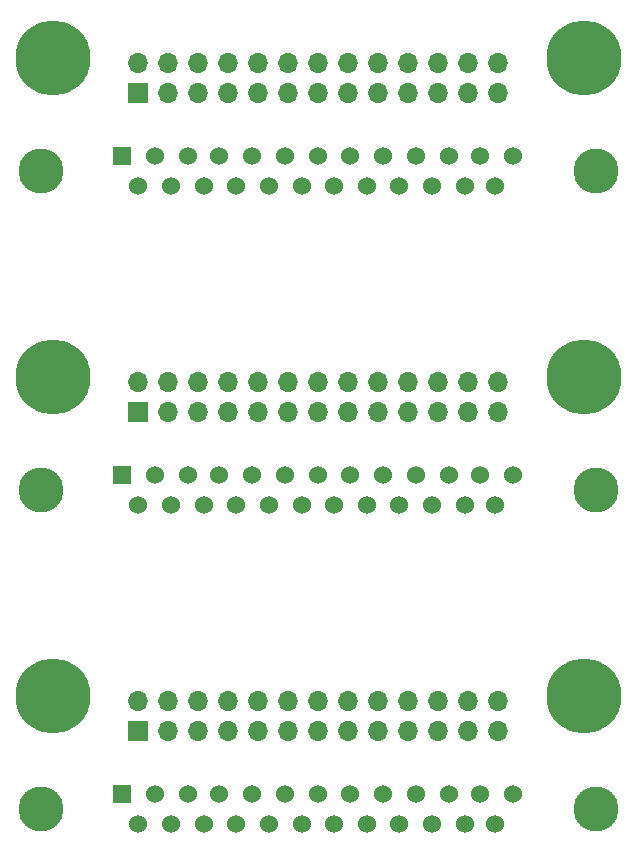
<source format=gbs>
%MOIN*%
%OFA0B0*%
%FSLAX46Y46*%
%IPPOS*%
%LPD*%
%ADD10R,0.066929133858267723X0.066929133858267723*%
%ADD11O,0.066929133858267723X0.066929133858267723*%
%ADD12C,0.15000000000000002*%
%ADD13C,0.060000000000000005*%
%ADD14R,0.060000000000000005X0.060000000000000005*%
%ADD15C,0.25*%
%ADD26R,0.066929133858267723X0.066929133858267723*%
%ADD27O,0.066929133858267723X0.066929133858267723*%
%ADD28C,0.15000000000000002*%
%ADD29C,0.060000000000000005*%
%ADD30R,0.060000000000000005X0.060000000000000005*%
%ADD31C,0.25*%
%ADD32R,0.066929133858267723X0.066929133858267723*%
%ADD33O,0.066929133858267723X0.066929133858267723*%
%ADD34C,0.15000000000000002*%
%ADD35C,0.060000000000000005*%
%ADD36R,0.060000000000000005X0.060000000000000005*%
%ADD37C,0.25*%
G01*
D10*
X-0000826771Y0001220472D02*
X0000443228Y0000710472D03*
D11*
X0000443228Y0000810472D03*
X0000543228Y0000710472D03*
X0000543228Y0000810472D03*
X0000643228Y0000710472D03*
X0000643228Y0000810472D03*
X0000743228Y0000710472D03*
X0000743228Y0000810472D03*
X0000843228Y0000710472D03*
X0000843228Y0000810472D03*
X0000943228Y0000710472D03*
X0000943228Y0000810472D03*
X0001043228Y0000710472D03*
X0001043228Y0000810472D03*
X0001143228Y0000710472D03*
X0001143228Y0000810472D03*
X0001243228Y0000710472D03*
X0001243228Y0000810472D03*
X0001343228Y0000710472D03*
X0001343228Y0000810472D03*
X0001443228Y0000710472D03*
X0001443228Y0000810472D03*
X0001543228Y0000710472D03*
X0001543228Y0000810472D03*
X0001643228Y0000710472D03*
X0001643228Y0000810472D03*
D12*
X0000118228Y0000450472D03*
X0001968228Y0000450472D03*
D13*
X0001693228Y0000500472D03*
X0001583228Y0000500472D03*
X0001478228Y0000500472D03*
X0001368228Y0000500472D03*
X0001258228Y0000500472D03*
X0001148228Y0000500472D03*
X0001043228Y0000500472D03*
X0000933228Y0000500472D03*
X0000823228Y0000500472D03*
X0000713228Y0000500472D03*
X0000608228Y0000500472D03*
X0000498228Y0000500472D03*
D14*
X0000388228Y0000500472D03*
D13*
X0001631228Y0000400472D03*
X0001531228Y0000400472D03*
X0001421228Y0000400472D03*
X0001313228Y0000400472D03*
X0001205228Y0000400472D03*
X0001095228Y0000400472D03*
X0000987228Y0000400472D03*
X0000879228Y0000400472D03*
X0000767228Y0000400472D03*
X0000661228Y0000400472D03*
X0000553228Y0000400472D03*
X0000443228Y0000400472D03*
D15*
X0001929133Y0000826771D03*
X0000157480Y0000826771D03*
G04 next file*
G04 Gerber Fmt 4.6, Leading zero omitted, Abs format (unit mm)*
G04 Created by KiCad (PCBNEW (5.1.10)-1) date 2022-01-20 18:23:21*
G01*
G04 APERTURE LIST*
G04 APERTURE END LIST*
D26*
X-0000826771Y0002283464D02*
X0000443228Y0001773464D03*
D27*
X0000443228Y0001873464D03*
X0000543228Y0001773464D03*
X0000543228Y0001873464D03*
X0000643228Y0001773464D03*
X0000643228Y0001873464D03*
X0000743228Y0001773464D03*
X0000743228Y0001873464D03*
X0000843228Y0001773464D03*
X0000843228Y0001873464D03*
X0000943228Y0001773464D03*
X0000943228Y0001873464D03*
X0001043228Y0001773464D03*
X0001043228Y0001873464D03*
X0001143228Y0001773464D03*
X0001143228Y0001873464D03*
X0001243228Y0001773464D03*
X0001243228Y0001873464D03*
X0001343228Y0001773464D03*
X0001343228Y0001873464D03*
X0001443228Y0001773464D03*
X0001443228Y0001873464D03*
X0001543228Y0001773464D03*
X0001543228Y0001873464D03*
X0001643228Y0001773464D03*
X0001643228Y0001873464D03*
D28*
X0000118228Y0001513464D03*
X0001968228Y0001513464D03*
D29*
X0001693228Y0001563464D03*
X0001583228Y0001563464D03*
X0001478228Y0001563464D03*
X0001368228Y0001563464D03*
X0001258228Y0001563464D03*
X0001148228Y0001563464D03*
X0001043228Y0001563464D03*
X0000933228Y0001563464D03*
X0000823228Y0001563464D03*
X0000713228Y0001563464D03*
X0000608228Y0001563464D03*
X0000498228Y0001563464D03*
D30*
X0000388228Y0001563464D03*
D29*
X0001631228Y0001463464D03*
X0001531228Y0001463464D03*
X0001421228Y0001463464D03*
X0001313228Y0001463464D03*
X0001205228Y0001463464D03*
X0001095228Y0001463464D03*
X0000987228Y0001463464D03*
X0000879228Y0001463464D03*
X0000767228Y0001463464D03*
X0000661228Y0001463464D03*
X0000553228Y0001463464D03*
X0000443228Y0001463464D03*
D31*
X0001929133Y0001889763D03*
X0000157480Y0001889763D03*
G04 next file*
G04 Gerber Fmt 4.6, Leading zero omitted, Abs format (unit mm)*
G04 Created by KiCad (PCBNEW (5.1.10)-1) date 2022-01-20 18:23:21*
G01*
G04 APERTURE LIST*
G04 APERTURE END LIST*
D32*
X-0000826771Y0003346456D02*
X0000443228Y0002836456D03*
D33*
X0000443228Y0002936456D03*
X0000543228Y0002836456D03*
X0000543228Y0002936456D03*
X0000643228Y0002836456D03*
X0000643228Y0002936456D03*
X0000743228Y0002836456D03*
X0000743228Y0002936456D03*
X0000843228Y0002836456D03*
X0000843228Y0002936456D03*
X0000943228Y0002836456D03*
X0000943228Y0002936456D03*
X0001043228Y0002836456D03*
X0001043228Y0002936456D03*
X0001143228Y0002836456D03*
X0001143228Y0002936456D03*
X0001243228Y0002836456D03*
X0001243228Y0002936456D03*
X0001343228Y0002836456D03*
X0001343228Y0002936456D03*
X0001443228Y0002836456D03*
X0001443228Y0002936456D03*
X0001543228Y0002836456D03*
X0001543228Y0002936456D03*
X0001643228Y0002836456D03*
X0001643228Y0002936456D03*
D34*
X0000118228Y0002576456D03*
X0001968228Y0002576456D03*
D35*
X0001693228Y0002626456D03*
X0001583228Y0002626456D03*
X0001478228Y0002626456D03*
X0001368228Y0002626456D03*
X0001258228Y0002626456D03*
X0001148228Y0002626456D03*
X0001043228Y0002626456D03*
X0000933228Y0002626456D03*
X0000823228Y0002626456D03*
X0000713228Y0002626456D03*
X0000608228Y0002626456D03*
X0000498228Y0002626456D03*
D36*
X0000388228Y0002626456D03*
D35*
X0001631228Y0002526456D03*
X0001531228Y0002526456D03*
X0001421228Y0002526456D03*
X0001313228Y0002526456D03*
X0001205228Y0002526456D03*
X0001095228Y0002526456D03*
X0000987228Y0002526456D03*
X0000879228Y0002526456D03*
X0000767228Y0002526456D03*
X0000661228Y0002526456D03*
X0000553228Y0002526456D03*
X0000443228Y0002526456D03*
D37*
X0001929133Y0002952755D03*
X0000157480Y0002952755D03*
M02*
</source>
